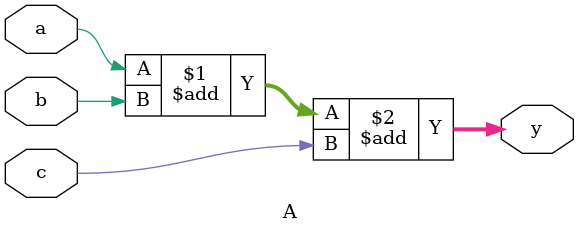
<source format=v>
module A(a,b,c,y);  //三个数相加的模块
input a;
input b;
input c;
output[1:0] y;

assign y= a+b+c;
endmodule
</source>
